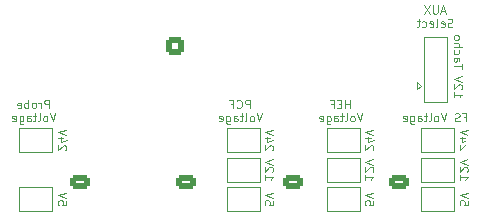
<source format=gbr>
%TF.GenerationSoftware,KiCad,Pcbnew,7.0.5*%
%TF.CreationDate,2023-07-25T09:46:54+02:00*%
%TF.ProjectId,XOL Breakout,584f4c20-4272-4656-916b-6f75742e6b69,rev?*%
%TF.SameCoordinates,Original*%
%TF.FileFunction,Legend,Bot*%
%TF.FilePolarity,Positive*%
%FSLAX46Y46*%
G04 Gerber Fmt 4.6, Leading zero omitted, Abs format (unit mm)*
G04 Created by KiCad (PCBNEW 7.0.5) date 2023-07-25 09:46:54*
%MOMM*%
%LPD*%
G01*
G04 APERTURE LIST*
G04 Aperture macros list*
%AMRoundRect*
0 Rectangle with rounded corners*
0 $1 Rounding radius*
0 $2 $3 $4 $5 $6 $7 $8 $9 X,Y pos of 4 corners*
0 Add a 4 corners polygon primitive as box body*
4,1,4,$2,$3,$4,$5,$6,$7,$8,$9,$2,$3,0*
0 Add four circle primitives for the rounded corners*
1,1,$1+$1,$2,$3*
1,1,$1+$1,$4,$5*
1,1,$1+$1,$6,$7*
1,1,$1+$1,$8,$9*
0 Add four rect primitives between the rounded corners*
20,1,$1+$1,$2,$3,$4,$5,0*
20,1,$1+$1,$4,$5,$6,$7,0*
20,1,$1+$1,$6,$7,$8,$9,0*
20,1,$1+$1,$8,$9,$2,$3,0*%
%AMHorizOval*
0 Thick line with rounded ends*
0 $1 width*
0 $2 $3 position (X,Y) of the first rounded end (center of the circle)*
0 $4 $5 position (X,Y) of the second rounded end (center of the circle)*
0 Add line between two ends*
20,1,$1,$2,$3,$4,$5,0*
0 Add two circle primitives to create the rounded ends*
1,1,$1,$2,$3*
1,1,$1,$4,$5*%
%AMFreePoly0*
4,1,6,1.000000,0.000000,0.500000,-0.750000,-0.500000,-0.750000,-0.500000,0.750000,0.500000,0.750000,1.000000,0.000000,1.000000,0.000000,$1*%
%AMFreePoly1*
4,1,6,0.500000,-0.750000,-0.650000,-0.750000,-0.150000,0.000000,-0.650000,0.750000,0.500000,0.750000,0.500000,-0.750000,0.500000,-0.750000,$1*%
G04 Aperture macros list end*
%ADD10C,0.100000*%
%ADD11C,0.120000*%
%ADD12C,3.000000*%
%ADD13RoundRect,0.250001X0.499999X0.759999X-0.499999X0.759999X-0.499999X-0.759999X0.499999X-0.759999X0*%
%ADD14O,1.500000X2.020000*%
%ADD15RoundRect,0.250000X-0.350000X-0.625000X0.350000X-0.625000X0.350000X0.625000X-0.350000X0.625000X0*%
%ADD16O,1.200000X1.750000*%
%ADD17C,5.600000*%
%ADD18RoundRect,0.250000X-0.194454X0.689429X-0.689429X0.194454X0.194454X-0.689429X0.689429X-0.194454X0*%
%ADD19HorizOval,1.200000X-0.194454X0.194454X0.194454X-0.194454X0*%
%ADD20RoundRect,0.250000X0.625000X-0.350000X0.625000X0.350000X-0.625000X0.350000X-0.625000X-0.350000X0*%
%ADD21O,1.750000X1.200000*%
%ADD22RoundRect,0.250001X-0.499999X-0.499999X0.499999X-0.499999X0.499999X0.499999X-0.499999X0.499999X0*%
%ADD23C,1.500000*%
%ADD24RoundRect,0.200000X-0.450000X0.200000X-0.450000X-0.200000X0.450000X-0.200000X0.450000X0.200000X0*%
%ADD25O,1.300000X0.800000*%
%ADD26R,1.500000X1.500000*%
%ADD27FreePoly0,90.000000*%
%ADD28FreePoly0,270.000000*%
%ADD29FreePoly0,0.000000*%
%ADD30FreePoly1,0.000000*%
%ADD31FreePoly0,180.000000*%
%ADD32FreePoly1,180.000000*%
G04 APERTURE END LIST*
D10*
X109316666Y-96782133D02*
X109316666Y-96082133D01*
X109316666Y-96415466D02*
X108916666Y-96415466D01*
X108916666Y-96782133D02*
X108916666Y-96082133D01*
X108583333Y-96415466D02*
X108350000Y-96415466D01*
X108250000Y-96782133D02*
X108583333Y-96782133D01*
X108583333Y-96782133D02*
X108583333Y-96082133D01*
X108583333Y-96082133D02*
X108250000Y-96082133D01*
X107716667Y-96415466D02*
X107950000Y-96415466D01*
X107950000Y-96782133D02*
X107950000Y-96082133D01*
X107950000Y-96082133D02*
X107616667Y-96082133D01*
X110366666Y-97209133D02*
X110133333Y-97909133D01*
X110133333Y-97909133D02*
X109899999Y-97209133D01*
X109566666Y-97909133D02*
X109633333Y-97875800D01*
X109633333Y-97875800D02*
X109666666Y-97842466D01*
X109666666Y-97842466D02*
X109699999Y-97775800D01*
X109699999Y-97775800D02*
X109699999Y-97575800D01*
X109699999Y-97575800D02*
X109666666Y-97509133D01*
X109666666Y-97509133D02*
X109633333Y-97475800D01*
X109633333Y-97475800D02*
X109566666Y-97442466D01*
X109566666Y-97442466D02*
X109466666Y-97442466D01*
X109466666Y-97442466D02*
X109399999Y-97475800D01*
X109399999Y-97475800D02*
X109366666Y-97509133D01*
X109366666Y-97509133D02*
X109333333Y-97575800D01*
X109333333Y-97575800D02*
X109333333Y-97775800D01*
X109333333Y-97775800D02*
X109366666Y-97842466D01*
X109366666Y-97842466D02*
X109399999Y-97875800D01*
X109399999Y-97875800D02*
X109466666Y-97909133D01*
X109466666Y-97909133D02*
X109566666Y-97909133D01*
X108933333Y-97909133D02*
X109000000Y-97875800D01*
X109000000Y-97875800D02*
X109033333Y-97809133D01*
X109033333Y-97809133D02*
X109033333Y-97209133D01*
X108766666Y-97442466D02*
X108499999Y-97442466D01*
X108666666Y-97209133D02*
X108666666Y-97809133D01*
X108666666Y-97809133D02*
X108633333Y-97875800D01*
X108633333Y-97875800D02*
X108566666Y-97909133D01*
X108566666Y-97909133D02*
X108499999Y-97909133D01*
X107966666Y-97909133D02*
X107966666Y-97542466D01*
X107966666Y-97542466D02*
X107999999Y-97475800D01*
X107999999Y-97475800D02*
X108066666Y-97442466D01*
X108066666Y-97442466D02*
X108199999Y-97442466D01*
X108199999Y-97442466D02*
X108266666Y-97475800D01*
X107966666Y-97875800D02*
X108033333Y-97909133D01*
X108033333Y-97909133D02*
X108199999Y-97909133D01*
X108199999Y-97909133D02*
X108266666Y-97875800D01*
X108266666Y-97875800D02*
X108299999Y-97809133D01*
X108299999Y-97809133D02*
X108299999Y-97742466D01*
X108299999Y-97742466D02*
X108266666Y-97675800D01*
X108266666Y-97675800D02*
X108199999Y-97642466D01*
X108199999Y-97642466D02*
X108033333Y-97642466D01*
X108033333Y-97642466D02*
X107966666Y-97609133D01*
X107333333Y-97442466D02*
X107333333Y-98009133D01*
X107333333Y-98009133D02*
X107366666Y-98075800D01*
X107366666Y-98075800D02*
X107400000Y-98109133D01*
X107400000Y-98109133D02*
X107466666Y-98142466D01*
X107466666Y-98142466D02*
X107566666Y-98142466D01*
X107566666Y-98142466D02*
X107633333Y-98109133D01*
X107333333Y-97875800D02*
X107400000Y-97909133D01*
X107400000Y-97909133D02*
X107533333Y-97909133D01*
X107533333Y-97909133D02*
X107600000Y-97875800D01*
X107600000Y-97875800D02*
X107633333Y-97842466D01*
X107633333Y-97842466D02*
X107666666Y-97775800D01*
X107666666Y-97775800D02*
X107666666Y-97575800D01*
X107666666Y-97575800D02*
X107633333Y-97509133D01*
X107633333Y-97509133D02*
X107600000Y-97475800D01*
X107600000Y-97475800D02*
X107533333Y-97442466D01*
X107533333Y-97442466D02*
X107400000Y-97442466D01*
X107400000Y-97442466D02*
X107333333Y-97475800D01*
X106733333Y-97875800D02*
X106800000Y-97909133D01*
X106800000Y-97909133D02*
X106933333Y-97909133D01*
X106933333Y-97909133D02*
X107000000Y-97875800D01*
X107000000Y-97875800D02*
X107033333Y-97809133D01*
X107033333Y-97809133D02*
X107033333Y-97542466D01*
X107033333Y-97542466D02*
X107000000Y-97475800D01*
X107000000Y-97475800D02*
X106933333Y-97442466D01*
X106933333Y-97442466D02*
X106800000Y-97442466D01*
X106800000Y-97442466D02*
X106733333Y-97475800D01*
X106733333Y-97475800D02*
X106700000Y-97542466D01*
X106700000Y-97542466D02*
X106700000Y-97609133D01*
X106700000Y-97609133D02*
X107033333Y-97675800D01*
X118933333Y-97542466D02*
X119166666Y-97542466D01*
X119166666Y-97909133D02*
X119166666Y-97209133D01*
X119166666Y-97209133D02*
X118833333Y-97209133D01*
X118599999Y-97875800D02*
X118499999Y-97909133D01*
X118499999Y-97909133D02*
X118333333Y-97909133D01*
X118333333Y-97909133D02*
X118266666Y-97875800D01*
X118266666Y-97875800D02*
X118233333Y-97842466D01*
X118233333Y-97842466D02*
X118199999Y-97775800D01*
X118199999Y-97775800D02*
X118199999Y-97709133D01*
X118199999Y-97709133D02*
X118233333Y-97642466D01*
X118233333Y-97642466D02*
X118266666Y-97609133D01*
X118266666Y-97609133D02*
X118333333Y-97575800D01*
X118333333Y-97575800D02*
X118466666Y-97542466D01*
X118466666Y-97542466D02*
X118533333Y-97509133D01*
X118533333Y-97509133D02*
X118566666Y-97475800D01*
X118566666Y-97475800D02*
X118599999Y-97409133D01*
X118599999Y-97409133D02*
X118599999Y-97342466D01*
X118599999Y-97342466D02*
X118566666Y-97275800D01*
X118566666Y-97275800D02*
X118533333Y-97242466D01*
X118533333Y-97242466D02*
X118466666Y-97209133D01*
X118466666Y-97209133D02*
X118299999Y-97209133D01*
X118299999Y-97209133D02*
X118199999Y-97242466D01*
X117466666Y-97209133D02*
X117233333Y-97909133D01*
X117233333Y-97909133D02*
X116999999Y-97209133D01*
X116666666Y-97909133D02*
X116733333Y-97875800D01*
X116733333Y-97875800D02*
X116766666Y-97842466D01*
X116766666Y-97842466D02*
X116799999Y-97775800D01*
X116799999Y-97775800D02*
X116799999Y-97575800D01*
X116799999Y-97575800D02*
X116766666Y-97509133D01*
X116766666Y-97509133D02*
X116733333Y-97475800D01*
X116733333Y-97475800D02*
X116666666Y-97442466D01*
X116666666Y-97442466D02*
X116566666Y-97442466D01*
X116566666Y-97442466D02*
X116499999Y-97475800D01*
X116499999Y-97475800D02*
X116466666Y-97509133D01*
X116466666Y-97509133D02*
X116433333Y-97575800D01*
X116433333Y-97575800D02*
X116433333Y-97775800D01*
X116433333Y-97775800D02*
X116466666Y-97842466D01*
X116466666Y-97842466D02*
X116499999Y-97875800D01*
X116499999Y-97875800D02*
X116566666Y-97909133D01*
X116566666Y-97909133D02*
X116666666Y-97909133D01*
X116033333Y-97909133D02*
X116100000Y-97875800D01*
X116100000Y-97875800D02*
X116133333Y-97809133D01*
X116133333Y-97809133D02*
X116133333Y-97209133D01*
X115866666Y-97442466D02*
X115599999Y-97442466D01*
X115766666Y-97209133D02*
X115766666Y-97809133D01*
X115766666Y-97809133D02*
X115733333Y-97875800D01*
X115733333Y-97875800D02*
X115666666Y-97909133D01*
X115666666Y-97909133D02*
X115599999Y-97909133D01*
X115066666Y-97909133D02*
X115066666Y-97542466D01*
X115066666Y-97542466D02*
X115099999Y-97475800D01*
X115099999Y-97475800D02*
X115166666Y-97442466D01*
X115166666Y-97442466D02*
X115299999Y-97442466D01*
X115299999Y-97442466D02*
X115366666Y-97475800D01*
X115066666Y-97875800D02*
X115133333Y-97909133D01*
X115133333Y-97909133D02*
X115299999Y-97909133D01*
X115299999Y-97909133D02*
X115366666Y-97875800D01*
X115366666Y-97875800D02*
X115399999Y-97809133D01*
X115399999Y-97809133D02*
X115399999Y-97742466D01*
X115399999Y-97742466D02*
X115366666Y-97675800D01*
X115366666Y-97675800D02*
X115299999Y-97642466D01*
X115299999Y-97642466D02*
X115133333Y-97642466D01*
X115133333Y-97642466D02*
X115066666Y-97609133D01*
X114433333Y-97442466D02*
X114433333Y-98009133D01*
X114433333Y-98009133D02*
X114466666Y-98075800D01*
X114466666Y-98075800D02*
X114500000Y-98109133D01*
X114500000Y-98109133D02*
X114566666Y-98142466D01*
X114566666Y-98142466D02*
X114666666Y-98142466D01*
X114666666Y-98142466D02*
X114733333Y-98109133D01*
X114433333Y-97875800D02*
X114500000Y-97909133D01*
X114500000Y-97909133D02*
X114633333Y-97909133D01*
X114633333Y-97909133D02*
X114700000Y-97875800D01*
X114700000Y-97875800D02*
X114733333Y-97842466D01*
X114733333Y-97842466D02*
X114766666Y-97775800D01*
X114766666Y-97775800D02*
X114766666Y-97575800D01*
X114766666Y-97575800D02*
X114733333Y-97509133D01*
X114733333Y-97509133D02*
X114700000Y-97475800D01*
X114700000Y-97475800D02*
X114633333Y-97442466D01*
X114633333Y-97442466D02*
X114500000Y-97442466D01*
X114500000Y-97442466D02*
X114433333Y-97475800D01*
X113833333Y-97875800D02*
X113900000Y-97909133D01*
X113900000Y-97909133D02*
X114033333Y-97909133D01*
X114033333Y-97909133D02*
X114100000Y-97875800D01*
X114100000Y-97875800D02*
X114133333Y-97809133D01*
X114133333Y-97809133D02*
X114133333Y-97542466D01*
X114133333Y-97542466D02*
X114100000Y-97475800D01*
X114100000Y-97475800D02*
X114033333Y-97442466D01*
X114033333Y-97442466D02*
X113900000Y-97442466D01*
X113900000Y-97442466D02*
X113833333Y-97475800D01*
X113833333Y-97475800D02*
X113800000Y-97542466D01*
X113800000Y-97542466D02*
X113800000Y-97609133D01*
X113800000Y-97609133D02*
X114133333Y-97675800D01*
X102790866Y-104633333D02*
X102790866Y-104966666D01*
X102790866Y-104966666D02*
X102457533Y-104999999D01*
X102457533Y-104999999D02*
X102490866Y-104966666D01*
X102490866Y-104966666D02*
X102524200Y-104899999D01*
X102524200Y-104899999D02*
X102524200Y-104733333D01*
X102524200Y-104733333D02*
X102490866Y-104666666D01*
X102490866Y-104666666D02*
X102457533Y-104633333D01*
X102457533Y-104633333D02*
X102390866Y-104599999D01*
X102390866Y-104599999D02*
X102224200Y-104599999D01*
X102224200Y-104599999D02*
X102157533Y-104633333D01*
X102157533Y-104633333D02*
X102124200Y-104666666D01*
X102124200Y-104666666D02*
X102090866Y-104733333D01*
X102090866Y-104733333D02*
X102090866Y-104899999D01*
X102090866Y-104899999D02*
X102124200Y-104966666D01*
X102124200Y-104966666D02*
X102157533Y-104999999D01*
X102790866Y-104399999D02*
X102090866Y-104166666D01*
X102090866Y-104166666D02*
X102790866Y-103933332D01*
X85224200Y-100333333D02*
X85257533Y-100300000D01*
X85257533Y-100300000D02*
X85290866Y-100233333D01*
X85290866Y-100233333D02*
X85290866Y-100066667D01*
X85290866Y-100066667D02*
X85257533Y-100000000D01*
X85257533Y-100000000D02*
X85224200Y-99966667D01*
X85224200Y-99966667D02*
X85157533Y-99933333D01*
X85157533Y-99933333D02*
X85090866Y-99933333D01*
X85090866Y-99933333D02*
X84990866Y-99966667D01*
X84990866Y-99966667D02*
X84590866Y-100366667D01*
X84590866Y-100366667D02*
X84590866Y-99933333D01*
X85057533Y-99333333D02*
X84590866Y-99333333D01*
X85324200Y-99500000D02*
X84824200Y-99666666D01*
X84824200Y-99666666D02*
X84824200Y-99233333D01*
X85290866Y-99066666D02*
X84590866Y-98833333D01*
X84590866Y-98833333D02*
X85290866Y-98599999D01*
X100833333Y-96782133D02*
X100833333Y-96082133D01*
X100833333Y-96082133D02*
X100566666Y-96082133D01*
X100566666Y-96082133D02*
X100500000Y-96115466D01*
X100500000Y-96115466D02*
X100466666Y-96148800D01*
X100466666Y-96148800D02*
X100433333Y-96215466D01*
X100433333Y-96215466D02*
X100433333Y-96315466D01*
X100433333Y-96315466D02*
X100466666Y-96382133D01*
X100466666Y-96382133D02*
X100500000Y-96415466D01*
X100500000Y-96415466D02*
X100566666Y-96448800D01*
X100566666Y-96448800D02*
X100833333Y-96448800D01*
X99733333Y-96715466D02*
X99766666Y-96748800D01*
X99766666Y-96748800D02*
X99866666Y-96782133D01*
X99866666Y-96782133D02*
X99933333Y-96782133D01*
X99933333Y-96782133D02*
X100033333Y-96748800D01*
X100033333Y-96748800D02*
X100100000Y-96682133D01*
X100100000Y-96682133D02*
X100133333Y-96615466D01*
X100133333Y-96615466D02*
X100166666Y-96482133D01*
X100166666Y-96482133D02*
X100166666Y-96382133D01*
X100166666Y-96382133D02*
X100133333Y-96248800D01*
X100133333Y-96248800D02*
X100100000Y-96182133D01*
X100100000Y-96182133D02*
X100033333Y-96115466D01*
X100033333Y-96115466D02*
X99933333Y-96082133D01*
X99933333Y-96082133D02*
X99866666Y-96082133D01*
X99866666Y-96082133D02*
X99766666Y-96115466D01*
X99766666Y-96115466D02*
X99733333Y-96148800D01*
X99200000Y-96415466D02*
X99433333Y-96415466D01*
X99433333Y-96782133D02*
X99433333Y-96082133D01*
X99433333Y-96082133D02*
X99100000Y-96082133D01*
X101866666Y-97209133D02*
X101633333Y-97909133D01*
X101633333Y-97909133D02*
X101399999Y-97209133D01*
X101066666Y-97909133D02*
X101133333Y-97875800D01*
X101133333Y-97875800D02*
X101166666Y-97842466D01*
X101166666Y-97842466D02*
X101199999Y-97775800D01*
X101199999Y-97775800D02*
X101199999Y-97575800D01*
X101199999Y-97575800D02*
X101166666Y-97509133D01*
X101166666Y-97509133D02*
X101133333Y-97475800D01*
X101133333Y-97475800D02*
X101066666Y-97442466D01*
X101066666Y-97442466D02*
X100966666Y-97442466D01*
X100966666Y-97442466D02*
X100899999Y-97475800D01*
X100899999Y-97475800D02*
X100866666Y-97509133D01*
X100866666Y-97509133D02*
X100833333Y-97575800D01*
X100833333Y-97575800D02*
X100833333Y-97775800D01*
X100833333Y-97775800D02*
X100866666Y-97842466D01*
X100866666Y-97842466D02*
X100899999Y-97875800D01*
X100899999Y-97875800D02*
X100966666Y-97909133D01*
X100966666Y-97909133D02*
X101066666Y-97909133D01*
X100433333Y-97909133D02*
X100500000Y-97875800D01*
X100500000Y-97875800D02*
X100533333Y-97809133D01*
X100533333Y-97809133D02*
X100533333Y-97209133D01*
X100266666Y-97442466D02*
X99999999Y-97442466D01*
X100166666Y-97209133D02*
X100166666Y-97809133D01*
X100166666Y-97809133D02*
X100133333Y-97875800D01*
X100133333Y-97875800D02*
X100066666Y-97909133D01*
X100066666Y-97909133D02*
X99999999Y-97909133D01*
X99466666Y-97909133D02*
X99466666Y-97542466D01*
X99466666Y-97542466D02*
X99499999Y-97475800D01*
X99499999Y-97475800D02*
X99566666Y-97442466D01*
X99566666Y-97442466D02*
X99699999Y-97442466D01*
X99699999Y-97442466D02*
X99766666Y-97475800D01*
X99466666Y-97875800D02*
X99533333Y-97909133D01*
X99533333Y-97909133D02*
X99699999Y-97909133D01*
X99699999Y-97909133D02*
X99766666Y-97875800D01*
X99766666Y-97875800D02*
X99799999Y-97809133D01*
X99799999Y-97809133D02*
X99799999Y-97742466D01*
X99799999Y-97742466D02*
X99766666Y-97675800D01*
X99766666Y-97675800D02*
X99699999Y-97642466D01*
X99699999Y-97642466D02*
X99533333Y-97642466D01*
X99533333Y-97642466D02*
X99466666Y-97609133D01*
X98833333Y-97442466D02*
X98833333Y-98009133D01*
X98833333Y-98009133D02*
X98866666Y-98075800D01*
X98866666Y-98075800D02*
X98900000Y-98109133D01*
X98900000Y-98109133D02*
X98966666Y-98142466D01*
X98966666Y-98142466D02*
X99066666Y-98142466D01*
X99066666Y-98142466D02*
X99133333Y-98109133D01*
X98833333Y-97875800D02*
X98900000Y-97909133D01*
X98900000Y-97909133D02*
X99033333Y-97909133D01*
X99033333Y-97909133D02*
X99100000Y-97875800D01*
X99100000Y-97875800D02*
X99133333Y-97842466D01*
X99133333Y-97842466D02*
X99166666Y-97775800D01*
X99166666Y-97775800D02*
X99166666Y-97575800D01*
X99166666Y-97575800D02*
X99133333Y-97509133D01*
X99133333Y-97509133D02*
X99100000Y-97475800D01*
X99100000Y-97475800D02*
X99033333Y-97442466D01*
X99033333Y-97442466D02*
X98900000Y-97442466D01*
X98900000Y-97442466D02*
X98833333Y-97475800D01*
X98233333Y-97875800D02*
X98300000Y-97909133D01*
X98300000Y-97909133D02*
X98433333Y-97909133D01*
X98433333Y-97909133D02*
X98500000Y-97875800D01*
X98500000Y-97875800D02*
X98533333Y-97809133D01*
X98533333Y-97809133D02*
X98533333Y-97542466D01*
X98533333Y-97542466D02*
X98500000Y-97475800D01*
X98500000Y-97475800D02*
X98433333Y-97442466D01*
X98433333Y-97442466D02*
X98300000Y-97442466D01*
X98300000Y-97442466D02*
X98233333Y-97475800D01*
X98233333Y-97475800D02*
X98200000Y-97542466D01*
X98200000Y-97542466D02*
X98200000Y-97609133D01*
X98200000Y-97609133D02*
X98533333Y-97675800D01*
X102090866Y-102433333D02*
X102090866Y-102833333D01*
X102090866Y-102633333D02*
X102790866Y-102633333D01*
X102790866Y-102633333D02*
X102690866Y-102700000D01*
X102690866Y-102700000D02*
X102624200Y-102766667D01*
X102624200Y-102766667D02*
X102590866Y-102833333D01*
X102724200Y-102166666D02*
X102757533Y-102133333D01*
X102757533Y-102133333D02*
X102790866Y-102066666D01*
X102790866Y-102066666D02*
X102790866Y-101900000D01*
X102790866Y-101900000D02*
X102757533Y-101833333D01*
X102757533Y-101833333D02*
X102724200Y-101800000D01*
X102724200Y-101800000D02*
X102657533Y-101766666D01*
X102657533Y-101766666D02*
X102590866Y-101766666D01*
X102590866Y-101766666D02*
X102490866Y-101800000D01*
X102490866Y-101800000D02*
X102090866Y-102200000D01*
X102090866Y-102200000D02*
X102090866Y-101766666D01*
X102790866Y-101566666D02*
X102090866Y-101333333D01*
X102090866Y-101333333D02*
X102790866Y-101099999D01*
X83833332Y-96782133D02*
X83833332Y-96082133D01*
X83833332Y-96082133D02*
X83566665Y-96082133D01*
X83566665Y-96082133D02*
X83499999Y-96115466D01*
X83499999Y-96115466D02*
X83466665Y-96148800D01*
X83466665Y-96148800D02*
X83433332Y-96215466D01*
X83433332Y-96215466D02*
X83433332Y-96315466D01*
X83433332Y-96315466D02*
X83466665Y-96382133D01*
X83466665Y-96382133D02*
X83499999Y-96415466D01*
X83499999Y-96415466D02*
X83566665Y-96448800D01*
X83566665Y-96448800D02*
X83833332Y-96448800D01*
X83133332Y-96782133D02*
X83133332Y-96315466D01*
X83133332Y-96448800D02*
X83099999Y-96382133D01*
X83099999Y-96382133D02*
X83066665Y-96348800D01*
X83066665Y-96348800D02*
X82999999Y-96315466D01*
X82999999Y-96315466D02*
X82933332Y-96315466D01*
X82599999Y-96782133D02*
X82666666Y-96748800D01*
X82666666Y-96748800D02*
X82699999Y-96715466D01*
X82699999Y-96715466D02*
X82733332Y-96648800D01*
X82733332Y-96648800D02*
X82733332Y-96448800D01*
X82733332Y-96448800D02*
X82699999Y-96382133D01*
X82699999Y-96382133D02*
X82666666Y-96348800D01*
X82666666Y-96348800D02*
X82599999Y-96315466D01*
X82599999Y-96315466D02*
X82499999Y-96315466D01*
X82499999Y-96315466D02*
X82433332Y-96348800D01*
X82433332Y-96348800D02*
X82399999Y-96382133D01*
X82399999Y-96382133D02*
X82366666Y-96448800D01*
X82366666Y-96448800D02*
X82366666Y-96648800D01*
X82366666Y-96648800D02*
X82399999Y-96715466D01*
X82399999Y-96715466D02*
X82433332Y-96748800D01*
X82433332Y-96748800D02*
X82499999Y-96782133D01*
X82499999Y-96782133D02*
X82599999Y-96782133D01*
X82066666Y-96782133D02*
X82066666Y-96082133D01*
X82066666Y-96348800D02*
X81999999Y-96315466D01*
X81999999Y-96315466D02*
X81866666Y-96315466D01*
X81866666Y-96315466D02*
X81799999Y-96348800D01*
X81799999Y-96348800D02*
X81766666Y-96382133D01*
X81766666Y-96382133D02*
X81733333Y-96448800D01*
X81733333Y-96448800D02*
X81733333Y-96648800D01*
X81733333Y-96648800D02*
X81766666Y-96715466D01*
X81766666Y-96715466D02*
X81799999Y-96748800D01*
X81799999Y-96748800D02*
X81866666Y-96782133D01*
X81866666Y-96782133D02*
X81999999Y-96782133D01*
X81999999Y-96782133D02*
X82066666Y-96748800D01*
X81166666Y-96748800D02*
X81233333Y-96782133D01*
X81233333Y-96782133D02*
X81366666Y-96782133D01*
X81366666Y-96782133D02*
X81433333Y-96748800D01*
X81433333Y-96748800D02*
X81466666Y-96682133D01*
X81466666Y-96682133D02*
X81466666Y-96415466D01*
X81466666Y-96415466D02*
X81433333Y-96348800D01*
X81433333Y-96348800D02*
X81366666Y-96315466D01*
X81366666Y-96315466D02*
X81233333Y-96315466D01*
X81233333Y-96315466D02*
X81166666Y-96348800D01*
X81166666Y-96348800D02*
X81133333Y-96415466D01*
X81133333Y-96415466D02*
X81133333Y-96482133D01*
X81133333Y-96482133D02*
X81466666Y-96548800D01*
X84366666Y-97209133D02*
X84133333Y-97909133D01*
X84133333Y-97909133D02*
X83899999Y-97209133D01*
X83566666Y-97909133D02*
X83633333Y-97875800D01*
X83633333Y-97875800D02*
X83666666Y-97842466D01*
X83666666Y-97842466D02*
X83699999Y-97775800D01*
X83699999Y-97775800D02*
X83699999Y-97575800D01*
X83699999Y-97575800D02*
X83666666Y-97509133D01*
X83666666Y-97509133D02*
X83633333Y-97475800D01*
X83633333Y-97475800D02*
X83566666Y-97442466D01*
X83566666Y-97442466D02*
X83466666Y-97442466D01*
X83466666Y-97442466D02*
X83399999Y-97475800D01*
X83399999Y-97475800D02*
X83366666Y-97509133D01*
X83366666Y-97509133D02*
X83333333Y-97575800D01*
X83333333Y-97575800D02*
X83333333Y-97775800D01*
X83333333Y-97775800D02*
X83366666Y-97842466D01*
X83366666Y-97842466D02*
X83399999Y-97875800D01*
X83399999Y-97875800D02*
X83466666Y-97909133D01*
X83466666Y-97909133D02*
X83566666Y-97909133D01*
X82933333Y-97909133D02*
X83000000Y-97875800D01*
X83000000Y-97875800D02*
X83033333Y-97809133D01*
X83033333Y-97809133D02*
X83033333Y-97209133D01*
X82766666Y-97442466D02*
X82499999Y-97442466D01*
X82666666Y-97209133D02*
X82666666Y-97809133D01*
X82666666Y-97809133D02*
X82633333Y-97875800D01*
X82633333Y-97875800D02*
X82566666Y-97909133D01*
X82566666Y-97909133D02*
X82499999Y-97909133D01*
X81966666Y-97909133D02*
X81966666Y-97542466D01*
X81966666Y-97542466D02*
X81999999Y-97475800D01*
X81999999Y-97475800D02*
X82066666Y-97442466D01*
X82066666Y-97442466D02*
X82199999Y-97442466D01*
X82199999Y-97442466D02*
X82266666Y-97475800D01*
X81966666Y-97875800D02*
X82033333Y-97909133D01*
X82033333Y-97909133D02*
X82199999Y-97909133D01*
X82199999Y-97909133D02*
X82266666Y-97875800D01*
X82266666Y-97875800D02*
X82299999Y-97809133D01*
X82299999Y-97809133D02*
X82299999Y-97742466D01*
X82299999Y-97742466D02*
X82266666Y-97675800D01*
X82266666Y-97675800D02*
X82199999Y-97642466D01*
X82199999Y-97642466D02*
X82033333Y-97642466D01*
X82033333Y-97642466D02*
X81966666Y-97609133D01*
X81333333Y-97442466D02*
X81333333Y-98009133D01*
X81333333Y-98009133D02*
X81366666Y-98075800D01*
X81366666Y-98075800D02*
X81400000Y-98109133D01*
X81400000Y-98109133D02*
X81466666Y-98142466D01*
X81466666Y-98142466D02*
X81566666Y-98142466D01*
X81566666Y-98142466D02*
X81633333Y-98109133D01*
X81333333Y-97875800D02*
X81400000Y-97909133D01*
X81400000Y-97909133D02*
X81533333Y-97909133D01*
X81533333Y-97909133D02*
X81600000Y-97875800D01*
X81600000Y-97875800D02*
X81633333Y-97842466D01*
X81633333Y-97842466D02*
X81666666Y-97775800D01*
X81666666Y-97775800D02*
X81666666Y-97575800D01*
X81666666Y-97575800D02*
X81633333Y-97509133D01*
X81633333Y-97509133D02*
X81600000Y-97475800D01*
X81600000Y-97475800D02*
X81533333Y-97442466D01*
X81533333Y-97442466D02*
X81400000Y-97442466D01*
X81400000Y-97442466D02*
X81333333Y-97475800D01*
X80733333Y-97875800D02*
X80800000Y-97909133D01*
X80800000Y-97909133D02*
X80933333Y-97909133D01*
X80933333Y-97909133D02*
X81000000Y-97875800D01*
X81000000Y-97875800D02*
X81033333Y-97809133D01*
X81033333Y-97809133D02*
X81033333Y-97542466D01*
X81033333Y-97542466D02*
X81000000Y-97475800D01*
X81000000Y-97475800D02*
X80933333Y-97442466D01*
X80933333Y-97442466D02*
X80800000Y-97442466D01*
X80800000Y-97442466D02*
X80733333Y-97475800D01*
X80733333Y-97475800D02*
X80700000Y-97542466D01*
X80700000Y-97542466D02*
X80700000Y-97609133D01*
X80700000Y-97609133D02*
X81033333Y-97675800D01*
X118090866Y-95433333D02*
X118090866Y-95833333D01*
X118090866Y-95633333D02*
X118790866Y-95633333D01*
X118790866Y-95633333D02*
X118690866Y-95700000D01*
X118690866Y-95700000D02*
X118624200Y-95766667D01*
X118624200Y-95766667D02*
X118590866Y-95833333D01*
X118724200Y-95166666D02*
X118757533Y-95133333D01*
X118757533Y-95133333D02*
X118790866Y-95066666D01*
X118790866Y-95066666D02*
X118790866Y-94900000D01*
X118790866Y-94900000D02*
X118757533Y-94833333D01*
X118757533Y-94833333D02*
X118724200Y-94800000D01*
X118724200Y-94800000D02*
X118657533Y-94766666D01*
X118657533Y-94766666D02*
X118590866Y-94766666D01*
X118590866Y-94766666D02*
X118490866Y-94800000D01*
X118490866Y-94800000D02*
X118090866Y-95200000D01*
X118090866Y-95200000D02*
X118090866Y-94766666D01*
X118790866Y-94566666D02*
X118090866Y-94333333D01*
X118090866Y-94333333D02*
X118790866Y-94099999D01*
X119224200Y-100333333D02*
X119257533Y-100300000D01*
X119257533Y-100300000D02*
X119290866Y-100233333D01*
X119290866Y-100233333D02*
X119290866Y-100066667D01*
X119290866Y-100066667D02*
X119257533Y-100000000D01*
X119257533Y-100000000D02*
X119224200Y-99966667D01*
X119224200Y-99966667D02*
X119157533Y-99933333D01*
X119157533Y-99933333D02*
X119090866Y-99933333D01*
X119090866Y-99933333D02*
X118990866Y-99966667D01*
X118990866Y-99966667D02*
X118590866Y-100366667D01*
X118590866Y-100366667D02*
X118590866Y-99933333D01*
X119057533Y-99333333D02*
X118590866Y-99333333D01*
X119324200Y-99500000D02*
X118824200Y-99666666D01*
X118824200Y-99666666D02*
X118824200Y-99233333D01*
X119290866Y-99066666D02*
X118590866Y-98833333D01*
X118590866Y-98833333D02*
X119290866Y-98599999D01*
X118590866Y-102433333D02*
X118590866Y-102833333D01*
X118590866Y-102633333D02*
X119290866Y-102633333D01*
X119290866Y-102633333D02*
X119190866Y-102700000D01*
X119190866Y-102700000D02*
X119124200Y-102766667D01*
X119124200Y-102766667D02*
X119090866Y-102833333D01*
X119224200Y-102166666D02*
X119257533Y-102133333D01*
X119257533Y-102133333D02*
X119290866Y-102066666D01*
X119290866Y-102066666D02*
X119290866Y-101900000D01*
X119290866Y-101900000D02*
X119257533Y-101833333D01*
X119257533Y-101833333D02*
X119224200Y-101800000D01*
X119224200Y-101800000D02*
X119157533Y-101766666D01*
X119157533Y-101766666D02*
X119090866Y-101766666D01*
X119090866Y-101766666D02*
X118990866Y-101800000D01*
X118990866Y-101800000D02*
X118590866Y-102200000D01*
X118590866Y-102200000D02*
X118590866Y-101766666D01*
X119290866Y-101566666D02*
X118590866Y-101333333D01*
X118590866Y-101333333D02*
X119290866Y-101099999D01*
X85290866Y-104633333D02*
X85290866Y-104966666D01*
X85290866Y-104966666D02*
X84957533Y-104999999D01*
X84957533Y-104999999D02*
X84990866Y-104966666D01*
X84990866Y-104966666D02*
X85024200Y-104899999D01*
X85024200Y-104899999D02*
X85024200Y-104733333D01*
X85024200Y-104733333D02*
X84990866Y-104666666D01*
X84990866Y-104666666D02*
X84957533Y-104633333D01*
X84957533Y-104633333D02*
X84890866Y-104599999D01*
X84890866Y-104599999D02*
X84724200Y-104599999D01*
X84724200Y-104599999D02*
X84657533Y-104633333D01*
X84657533Y-104633333D02*
X84624200Y-104666666D01*
X84624200Y-104666666D02*
X84590866Y-104733333D01*
X84590866Y-104733333D02*
X84590866Y-104899999D01*
X84590866Y-104899999D02*
X84624200Y-104966666D01*
X84624200Y-104966666D02*
X84657533Y-104999999D01*
X85290866Y-104399999D02*
X84590866Y-104166666D01*
X84590866Y-104166666D02*
X85290866Y-103933332D01*
X118790866Y-93449999D02*
X118790866Y-93049999D01*
X118090866Y-93249999D02*
X118790866Y-93249999D01*
X118090866Y-92516666D02*
X118457533Y-92516666D01*
X118457533Y-92516666D02*
X118524200Y-92549999D01*
X118524200Y-92549999D02*
X118557533Y-92616666D01*
X118557533Y-92616666D02*
X118557533Y-92749999D01*
X118557533Y-92749999D02*
X118524200Y-92816666D01*
X118124200Y-92516666D02*
X118090866Y-92583333D01*
X118090866Y-92583333D02*
X118090866Y-92749999D01*
X118090866Y-92749999D02*
X118124200Y-92816666D01*
X118124200Y-92816666D02*
X118190866Y-92849999D01*
X118190866Y-92849999D02*
X118257533Y-92849999D01*
X118257533Y-92849999D02*
X118324200Y-92816666D01*
X118324200Y-92816666D02*
X118357533Y-92749999D01*
X118357533Y-92749999D02*
X118357533Y-92583333D01*
X118357533Y-92583333D02*
X118390866Y-92516666D01*
X118124200Y-91883333D02*
X118090866Y-91950000D01*
X118090866Y-91950000D02*
X118090866Y-92083333D01*
X118090866Y-92083333D02*
X118124200Y-92150000D01*
X118124200Y-92150000D02*
X118157533Y-92183333D01*
X118157533Y-92183333D02*
X118224200Y-92216666D01*
X118224200Y-92216666D02*
X118424200Y-92216666D01*
X118424200Y-92216666D02*
X118490866Y-92183333D01*
X118490866Y-92183333D02*
X118524200Y-92150000D01*
X118524200Y-92150000D02*
X118557533Y-92083333D01*
X118557533Y-92083333D02*
X118557533Y-91950000D01*
X118557533Y-91950000D02*
X118524200Y-91883333D01*
X118090866Y-91583333D02*
X118790866Y-91583333D01*
X118090866Y-91283333D02*
X118457533Y-91283333D01*
X118457533Y-91283333D02*
X118524200Y-91316666D01*
X118524200Y-91316666D02*
X118557533Y-91383333D01*
X118557533Y-91383333D02*
X118557533Y-91483333D01*
X118557533Y-91483333D02*
X118524200Y-91550000D01*
X118524200Y-91550000D02*
X118490866Y-91583333D01*
X118090866Y-90850000D02*
X118124200Y-90916667D01*
X118124200Y-90916667D02*
X118157533Y-90950000D01*
X118157533Y-90950000D02*
X118224200Y-90983333D01*
X118224200Y-90983333D02*
X118424200Y-90983333D01*
X118424200Y-90983333D02*
X118490866Y-90950000D01*
X118490866Y-90950000D02*
X118524200Y-90916667D01*
X118524200Y-90916667D02*
X118557533Y-90850000D01*
X118557533Y-90850000D02*
X118557533Y-90750000D01*
X118557533Y-90750000D02*
X118524200Y-90683333D01*
X118524200Y-90683333D02*
X118490866Y-90650000D01*
X118490866Y-90650000D02*
X118424200Y-90616667D01*
X118424200Y-90616667D02*
X118224200Y-90616667D01*
X118224200Y-90616667D02*
X118157533Y-90650000D01*
X118157533Y-90650000D02*
X118124200Y-90683333D01*
X118124200Y-90683333D02*
X118090866Y-90750000D01*
X118090866Y-90750000D02*
X118090866Y-90850000D01*
X119290866Y-104633333D02*
X119290866Y-104966666D01*
X119290866Y-104966666D02*
X118957533Y-104999999D01*
X118957533Y-104999999D02*
X118990866Y-104966666D01*
X118990866Y-104966666D02*
X119024200Y-104899999D01*
X119024200Y-104899999D02*
X119024200Y-104733333D01*
X119024200Y-104733333D02*
X118990866Y-104666666D01*
X118990866Y-104666666D02*
X118957533Y-104633333D01*
X118957533Y-104633333D02*
X118890866Y-104599999D01*
X118890866Y-104599999D02*
X118724200Y-104599999D01*
X118724200Y-104599999D02*
X118657533Y-104633333D01*
X118657533Y-104633333D02*
X118624200Y-104666666D01*
X118624200Y-104666666D02*
X118590866Y-104733333D01*
X118590866Y-104733333D02*
X118590866Y-104899999D01*
X118590866Y-104899999D02*
X118624200Y-104966666D01*
X118624200Y-104966666D02*
X118657533Y-104999999D01*
X119290866Y-104399999D02*
X118590866Y-104166666D01*
X118590866Y-104166666D02*
X119290866Y-103933332D01*
X111290866Y-104633333D02*
X111290866Y-104966666D01*
X111290866Y-104966666D02*
X110957533Y-104999999D01*
X110957533Y-104999999D02*
X110990866Y-104966666D01*
X110990866Y-104966666D02*
X111024200Y-104899999D01*
X111024200Y-104899999D02*
X111024200Y-104733333D01*
X111024200Y-104733333D02*
X110990866Y-104666666D01*
X110990866Y-104666666D02*
X110957533Y-104633333D01*
X110957533Y-104633333D02*
X110890866Y-104599999D01*
X110890866Y-104599999D02*
X110724200Y-104599999D01*
X110724200Y-104599999D02*
X110657533Y-104633333D01*
X110657533Y-104633333D02*
X110624200Y-104666666D01*
X110624200Y-104666666D02*
X110590866Y-104733333D01*
X110590866Y-104733333D02*
X110590866Y-104899999D01*
X110590866Y-104899999D02*
X110624200Y-104966666D01*
X110624200Y-104966666D02*
X110657533Y-104999999D01*
X111290866Y-104399999D02*
X110590866Y-104166666D01*
X110590866Y-104166666D02*
X111290866Y-103933332D01*
X111224200Y-100333333D02*
X111257533Y-100300000D01*
X111257533Y-100300000D02*
X111290866Y-100233333D01*
X111290866Y-100233333D02*
X111290866Y-100066667D01*
X111290866Y-100066667D02*
X111257533Y-100000000D01*
X111257533Y-100000000D02*
X111224200Y-99966667D01*
X111224200Y-99966667D02*
X111157533Y-99933333D01*
X111157533Y-99933333D02*
X111090866Y-99933333D01*
X111090866Y-99933333D02*
X110990866Y-99966667D01*
X110990866Y-99966667D02*
X110590866Y-100366667D01*
X110590866Y-100366667D02*
X110590866Y-99933333D01*
X111057533Y-99333333D02*
X110590866Y-99333333D01*
X111324200Y-99500000D02*
X110824200Y-99666666D01*
X110824200Y-99666666D02*
X110824200Y-99233333D01*
X111290866Y-99066666D02*
X110590866Y-98833333D01*
X110590866Y-98833333D02*
X111290866Y-98599999D01*
X117366666Y-88582133D02*
X117033333Y-88582133D01*
X117433333Y-88782133D02*
X117200000Y-88082133D01*
X117200000Y-88082133D02*
X116966666Y-88782133D01*
X116733333Y-88082133D02*
X116733333Y-88648800D01*
X116733333Y-88648800D02*
X116700000Y-88715466D01*
X116700000Y-88715466D02*
X116666666Y-88748800D01*
X116666666Y-88748800D02*
X116600000Y-88782133D01*
X116600000Y-88782133D02*
X116466666Y-88782133D01*
X116466666Y-88782133D02*
X116400000Y-88748800D01*
X116400000Y-88748800D02*
X116366666Y-88715466D01*
X116366666Y-88715466D02*
X116333333Y-88648800D01*
X116333333Y-88648800D02*
X116333333Y-88082133D01*
X116066667Y-88082133D02*
X115600000Y-88782133D01*
X115600000Y-88082133D02*
X116066667Y-88782133D01*
X117983333Y-89875800D02*
X117883333Y-89909133D01*
X117883333Y-89909133D02*
X117716667Y-89909133D01*
X117716667Y-89909133D02*
X117650000Y-89875800D01*
X117650000Y-89875800D02*
X117616667Y-89842466D01*
X117616667Y-89842466D02*
X117583333Y-89775800D01*
X117583333Y-89775800D02*
X117583333Y-89709133D01*
X117583333Y-89709133D02*
X117616667Y-89642466D01*
X117616667Y-89642466D02*
X117650000Y-89609133D01*
X117650000Y-89609133D02*
X117716667Y-89575800D01*
X117716667Y-89575800D02*
X117850000Y-89542466D01*
X117850000Y-89542466D02*
X117916667Y-89509133D01*
X117916667Y-89509133D02*
X117950000Y-89475800D01*
X117950000Y-89475800D02*
X117983333Y-89409133D01*
X117983333Y-89409133D02*
X117983333Y-89342466D01*
X117983333Y-89342466D02*
X117950000Y-89275800D01*
X117950000Y-89275800D02*
X117916667Y-89242466D01*
X117916667Y-89242466D02*
X117850000Y-89209133D01*
X117850000Y-89209133D02*
X117683333Y-89209133D01*
X117683333Y-89209133D02*
X117583333Y-89242466D01*
X117016666Y-89875800D02*
X117083333Y-89909133D01*
X117083333Y-89909133D02*
X117216666Y-89909133D01*
X117216666Y-89909133D02*
X117283333Y-89875800D01*
X117283333Y-89875800D02*
X117316666Y-89809133D01*
X117316666Y-89809133D02*
X117316666Y-89542466D01*
X117316666Y-89542466D02*
X117283333Y-89475800D01*
X117283333Y-89475800D02*
X117216666Y-89442466D01*
X117216666Y-89442466D02*
X117083333Y-89442466D01*
X117083333Y-89442466D02*
X117016666Y-89475800D01*
X117016666Y-89475800D02*
X116983333Y-89542466D01*
X116983333Y-89542466D02*
X116983333Y-89609133D01*
X116983333Y-89609133D02*
X117316666Y-89675800D01*
X116583333Y-89909133D02*
X116650000Y-89875800D01*
X116650000Y-89875800D02*
X116683333Y-89809133D01*
X116683333Y-89809133D02*
X116683333Y-89209133D01*
X116049999Y-89875800D02*
X116116666Y-89909133D01*
X116116666Y-89909133D02*
X116249999Y-89909133D01*
X116249999Y-89909133D02*
X116316666Y-89875800D01*
X116316666Y-89875800D02*
X116349999Y-89809133D01*
X116349999Y-89809133D02*
X116349999Y-89542466D01*
X116349999Y-89542466D02*
X116316666Y-89475800D01*
X116316666Y-89475800D02*
X116249999Y-89442466D01*
X116249999Y-89442466D02*
X116116666Y-89442466D01*
X116116666Y-89442466D02*
X116049999Y-89475800D01*
X116049999Y-89475800D02*
X116016666Y-89542466D01*
X116016666Y-89542466D02*
X116016666Y-89609133D01*
X116016666Y-89609133D02*
X116349999Y-89675800D01*
X115416666Y-89875800D02*
X115483333Y-89909133D01*
X115483333Y-89909133D02*
X115616666Y-89909133D01*
X115616666Y-89909133D02*
X115683333Y-89875800D01*
X115683333Y-89875800D02*
X115716666Y-89842466D01*
X115716666Y-89842466D02*
X115749999Y-89775800D01*
X115749999Y-89775800D02*
X115749999Y-89575800D01*
X115749999Y-89575800D02*
X115716666Y-89509133D01*
X115716666Y-89509133D02*
X115683333Y-89475800D01*
X115683333Y-89475800D02*
X115616666Y-89442466D01*
X115616666Y-89442466D02*
X115483333Y-89442466D01*
X115483333Y-89442466D02*
X115416666Y-89475800D01*
X115216666Y-89442466D02*
X114949999Y-89442466D01*
X115116666Y-89209133D02*
X115116666Y-89809133D01*
X115116666Y-89809133D02*
X115083333Y-89875800D01*
X115083333Y-89875800D02*
X115016666Y-89909133D01*
X115016666Y-89909133D02*
X114949999Y-89909133D01*
X110590866Y-102433333D02*
X110590866Y-102833333D01*
X110590866Y-102633333D02*
X111290866Y-102633333D01*
X111290866Y-102633333D02*
X111190866Y-102700000D01*
X111190866Y-102700000D02*
X111124200Y-102766667D01*
X111124200Y-102766667D02*
X111090866Y-102833333D01*
X111224200Y-102166666D02*
X111257533Y-102133333D01*
X111257533Y-102133333D02*
X111290866Y-102066666D01*
X111290866Y-102066666D02*
X111290866Y-101900000D01*
X111290866Y-101900000D02*
X111257533Y-101833333D01*
X111257533Y-101833333D02*
X111224200Y-101800000D01*
X111224200Y-101800000D02*
X111157533Y-101766666D01*
X111157533Y-101766666D02*
X111090866Y-101766666D01*
X111090866Y-101766666D02*
X110990866Y-101800000D01*
X110990866Y-101800000D02*
X110590866Y-102200000D01*
X110590866Y-102200000D02*
X110590866Y-101766666D01*
X111290866Y-101566666D02*
X110590866Y-101333333D01*
X110590866Y-101333333D02*
X111290866Y-101099999D01*
X102724200Y-100333333D02*
X102757533Y-100300000D01*
X102757533Y-100300000D02*
X102790866Y-100233333D01*
X102790866Y-100233333D02*
X102790866Y-100066667D01*
X102790866Y-100066667D02*
X102757533Y-100000000D01*
X102757533Y-100000000D02*
X102724200Y-99966667D01*
X102724200Y-99966667D02*
X102657533Y-99933333D01*
X102657533Y-99933333D02*
X102590866Y-99933333D01*
X102590866Y-99933333D02*
X102490866Y-99966667D01*
X102490866Y-99966667D02*
X102090866Y-100366667D01*
X102090866Y-100366667D02*
X102090866Y-99933333D01*
X102557533Y-99333333D02*
X102090866Y-99333333D01*
X102824200Y-99500000D02*
X102324200Y-99666666D01*
X102324200Y-99666666D02*
X102324200Y-99233333D01*
X102790866Y-99066666D02*
X102090866Y-98833333D01*
X102090866Y-98833333D02*
X102790866Y-98599999D01*
D11*
%TO.C,JP1*%
X115550000Y-96250000D02*
X117500000Y-96250000D01*
X117500000Y-96250000D02*
X117500000Y-90750000D01*
X115000000Y-95200000D02*
X115000000Y-94600000D01*
X115300000Y-94900000D02*
X115000000Y-95200000D01*
X115000000Y-94600000D02*
X115300000Y-94900000D01*
X115550000Y-90750000D02*
X115550000Y-96250000D01*
X117500000Y-90750000D02*
X115550000Y-90750000D01*
%TO.C,JP8*%
X81325000Y-98500000D02*
X81325000Y-100500000D01*
X81325000Y-100500000D02*
X84125000Y-100500000D01*
X84125000Y-98500000D02*
X81325000Y-98500000D01*
X84125000Y-100500000D02*
X84125000Y-98500000D01*
%TO.C,JP11*%
X118125000Y-100500000D02*
X118125000Y-98500000D01*
X118125000Y-98500000D02*
X115325000Y-98500000D01*
X115325000Y-100500000D02*
X118125000Y-100500000D01*
X115325000Y-98500000D02*
X115325000Y-100500000D01*
%TO.C,JP4*%
X110175000Y-105500000D02*
X110175000Y-103500000D01*
X110175000Y-103500000D02*
X107375000Y-103500000D01*
X107375000Y-105500000D02*
X110175000Y-105500000D01*
X107375000Y-103500000D02*
X107375000Y-105500000D01*
%TO.C,JP7*%
X101675000Y-105500000D02*
X101675000Y-103500000D01*
X101675000Y-103500000D02*
X98875000Y-103500000D01*
X98875000Y-105500000D02*
X101675000Y-105500000D01*
X98875000Y-103500000D02*
X98875000Y-105500000D01*
%TO.C,JP5*%
X101675000Y-100500000D02*
X101675000Y-98500000D01*
X101675000Y-98500000D02*
X98875000Y-98500000D01*
X98875000Y-100500000D02*
X101675000Y-100500000D01*
X98875000Y-98500000D02*
X98875000Y-100500000D01*
%TO.C,JP3*%
X110175000Y-103000000D02*
X110175000Y-101000000D01*
X110175000Y-101000000D02*
X107375000Y-101000000D01*
X107375000Y-103000000D02*
X110175000Y-103000000D01*
X107375000Y-101000000D02*
X107375000Y-103000000D01*
%TO.C,JP6*%
X101675000Y-103000000D02*
X101675000Y-101000000D01*
X101675000Y-101000000D02*
X98875000Y-101000000D01*
X98875000Y-103000000D02*
X101675000Y-103000000D01*
X98875000Y-101000000D02*
X98875000Y-103000000D01*
%TO.C,JP10*%
X81325000Y-103500000D02*
X81325000Y-105500000D01*
X81325000Y-105500000D02*
X84125000Y-105500000D01*
X84125000Y-103500000D02*
X81325000Y-103500000D01*
X84125000Y-105500000D02*
X84125000Y-103500000D01*
%TO.C,JP13*%
X118125000Y-105500000D02*
X118125000Y-103500000D01*
X118125000Y-103500000D02*
X115325000Y-103500000D01*
X115325000Y-105500000D02*
X118125000Y-105500000D01*
X115325000Y-103500000D02*
X115325000Y-105500000D01*
%TO.C,JP2*%
X110175000Y-100500000D02*
X110175000Y-98500000D01*
X110175000Y-98500000D02*
X107375000Y-98500000D01*
X107375000Y-100500000D02*
X110175000Y-100500000D01*
X107375000Y-98500000D02*
X107375000Y-100500000D01*
%TO.C,JP12*%
X118125000Y-103000000D02*
X118125000Y-101000000D01*
X118125000Y-101000000D02*
X115325000Y-101000000D01*
X115325000Y-103000000D02*
X118125000Y-103000000D01*
X115325000Y-101000000D02*
X115325000Y-103000000D01*
%TD*%
%LPC*%
D12*
%TO.C,TH0*%
X105500000Y-112350000D03*
D13*
X107000000Y-108030000D03*
D14*
X104000000Y-108030000D03*
%TD*%
D15*
%TO.C,PCF2*%
X81498263Y-108736417D03*
D16*
X83498263Y-108736417D03*
%TD*%
D17*
%TO.C,H1*%
X78075000Y-100000000D03*
%TD*%
D18*
%TO.C,ESTEP1*%
X85500000Y-86500000D03*
D19*
X84085786Y-87914214D03*
X82671573Y-89328427D03*
X81257359Y-90742641D03*
%TD*%
D20*
%TO.C,HEF1*%
X104450000Y-103000000D03*
D21*
X104450000Y-101000000D03*
X104450000Y-99000000D03*
%TD*%
D17*
%TO.C,H2*%
X121925000Y-100000000D03*
%TD*%
D15*
%TO.C,PCF1*%
X116500000Y-108700000D03*
D16*
X118500000Y-108700000D03*
%TD*%
D20*
%TO.C,LED1*%
X95450000Y-103000000D03*
D21*
X95450000Y-101000000D03*
X95450000Y-99000000D03*
%TD*%
D12*
%TO.C,MCU1*%
X96660000Y-87180000D03*
X110360000Y-87180000D03*
D22*
X94500000Y-91500000D03*
D23*
X97500000Y-91500000D03*
X100500000Y-91500000D03*
X103500000Y-91500000D03*
X106500000Y-91500000D03*
X109500000Y-91500000D03*
X112500000Y-91500000D03*
X94500000Y-94500000D03*
X97500000Y-94500000D03*
X100500000Y-94500000D03*
X103500000Y-94500000D03*
X106500000Y-94500000D03*
X109500000Y-94500000D03*
X112500000Y-94500000D03*
%TD*%
D12*
%TO.C,HE0*%
X94500000Y-112350000D03*
D13*
X96000000Y-108030000D03*
D14*
X93000000Y-108030000D03*
%TD*%
D24*
%TO.C,PCF3*%
X122781785Y-108536417D03*
D25*
X122781785Y-109786417D03*
%TD*%
D20*
%TO.C,PROBE1*%
X86450000Y-103000000D03*
D21*
X86450000Y-101000000D03*
X86450000Y-99000000D03*
%TD*%
D20*
%TO.C,FS1*%
X113450000Y-103000000D03*
D21*
X113450000Y-101000000D03*
X113450000Y-99000000D03*
%TD*%
D24*
%TO.C,PCF4*%
X76427718Y-108576964D03*
D25*
X76427718Y-109826964D03*
%TD*%
D12*
%TO.C,MCU2*%
X121500000Y-87265000D03*
D22*
X121500000Y-91585000D03*
D23*
X121500000Y-94585000D03*
%TD*%
D26*
%TO.C,JP1*%
X116500000Y-94700000D03*
X116500000Y-92300000D03*
D27*
X116500000Y-95500000D03*
D28*
X116500000Y-91500000D03*
%TD*%
D29*
%TO.C,JP8*%
X82000000Y-99500000D03*
D30*
X83450000Y-99500000D03*
%TD*%
D31*
%TO.C,JP11*%
X117450000Y-99500000D03*
D32*
X116000000Y-99500000D03*
%TD*%
D31*
%TO.C,JP4*%
X109500000Y-104500000D03*
D32*
X108050000Y-104500000D03*
%TD*%
D31*
%TO.C,JP7*%
X101000000Y-104500000D03*
D32*
X99550000Y-104500000D03*
%TD*%
D31*
%TO.C,JP5*%
X101000000Y-99500000D03*
D32*
X99550000Y-99500000D03*
%TD*%
D31*
%TO.C,JP3*%
X109500000Y-102000000D03*
D32*
X108050000Y-102000000D03*
%TD*%
D31*
%TO.C,JP6*%
X101000000Y-102000000D03*
D32*
X99550000Y-102000000D03*
%TD*%
D29*
%TO.C,JP10*%
X82000000Y-104500000D03*
D30*
X83450000Y-104500000D03*
%TD*%
D31*
%TO.C,JP13*%
X117450000Y-104500000D03*
D32*
X116000000Y-104500000D03*
%TD*%
D31*
%TO.C,JP2*%
X109500000Y-99500000D03*
D32*
X108050000Y-99500000D03*
%TD*%
D31*
%TO.C,JP12*%
X117450000Y-102000000D03*
D32*
X116000000Y-102000000D03*
%TD*%
%LPD*%
M02*

</source>
